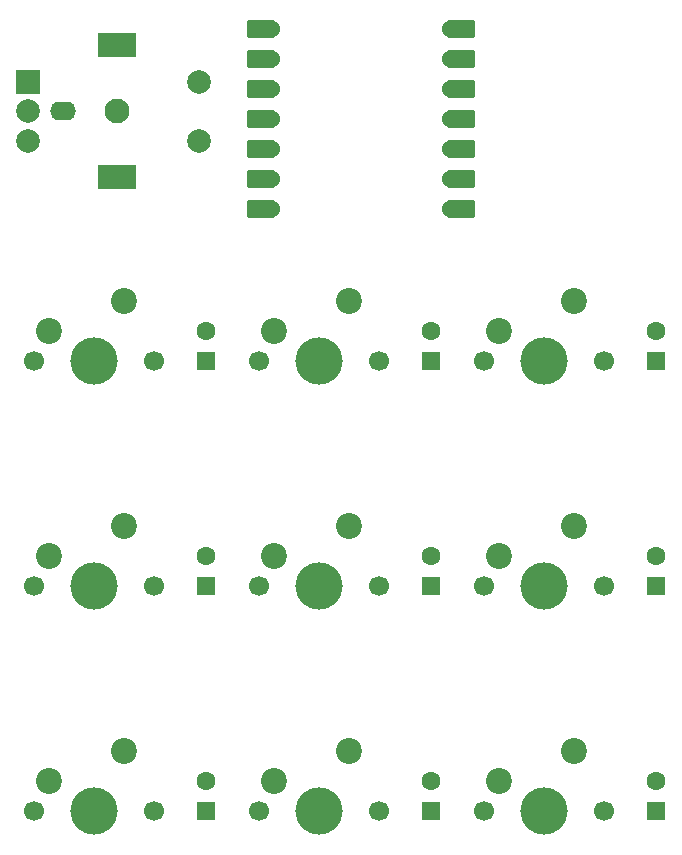
<source format=gbr>
%TF.GenerationSoftware,KiCad,Pcbnew,9.0.2*%
%TF.CreationDate,2025-06-03T16:25:14-04:00*%
%TF.ProjectId,HackpadAllan,4861636b-7061-4644-916c-6c616e2e6b69,rev?*%
%TF.SameCoordinates,Original*%
%TF.FileFunction,Soldermask,Bot*%
%TF.FilePolarity,Negative*%
%FSLAX46Y46*%
G04 Gerber Fmt 4.6, Leading zero omitted, Abs format (unit mm)*
G04 Created by KiCad (PCBNEW 9.0.2) date 2025-06-03 16:25:14*
%MOMM*%
%LPD*%
G01*
G04 APERTURE LIST*
G04 Aperture macros list*
%AMRoundRect*
0 Rectangle with rounded corners*
0 $1 Rounding radius*
0 $2 $3 $4 $5 $6 $7 $8 $9 X,Y pos of 4 corners*
0 Add a 4 corners polygon primitive as box body*
4,1,4,$2,$3,$4,$5,$6,$7,$8,$9,$2,$3,0*
0 Add four circle primitives for the rounded corners*
1,1,$1+$1,$2,$3*
1,1,$1+$1,$4,$5*
1,1,$1+$1,$6,$7*
1,1,$1+$1,$8,$9*
0 Add four rect primitives between the rounded corners*
20,1,$1+$1,$2,$3,$4,$5,0*
20,1,$1+$1,$4,$5,$6,$7,0*
20,1,$1+$1,$6,$7,$8,$9,0*
20,1,$1+$1,$8,$9,$2,$3,0*%
G04 Aperture macros list end*
%ADD10C,1.700000*%
%ADD11C,4.000000*%
%ADD12C,2.200000*%
%ADD13O,2.200000X1.600000*%
%ADD14C,2.100000*%
%ADD15R,2.000000X2.000000*%
%ADD16C,2.000000*%
%ADD17R,3.200000X2.000000*%
%ADD18RoundRect,0.250000X0.550000X-0.550000X0.550000X0.550000X-0.550000X0.550000X-0.550000X-0.550000X0*%
%ADD19C,1.600000*%
%ADD20RoundRect,0.152400X-1.063600X-0.609600X1.063600X-0.609600X1.063600X0.609600X-1.063600X0.609600X0*%
%ADD21C,1.524000*%
%ADD22RoundRect,0.152400X1.063600X0.609600X-1.063600X0.609600X-1.063600X-0.609600X1.063600X-0.609600X0*%
G04 APERTURE END LIST*
D10*
%TO.C,SW4*%
X125870000Y-107050000D03*
D11*
X130950000Y-107050000D03*
D10*
X136030000Y-107050000D03*
D12*
X133490000Y-101970000D03*
X127140000Y-104510000D03*
%TD*%
D10*
%TO.C,SW5*%
X144920000Y-107050000D03*
D11*
X150000000Y-107050000D03*
D10*
X155080000Y-107050000D03*
D12*
X152540000Y-101970000D03*
X146190000Y-104510000D03*
%TD*%
D10*
%TO.C,SW8*%
X144920000Y-126100000D03*
D11*
X150000000Y-126100000D03*
D10*
X155080000Y-126100000D03*
D12*
X152540000Y-121020000D03*
X146190000Y-123560000D03*
%TD*%
D10*
%TO.C,SW3*%
X163970000Y-88000000D03*
D11*
X169050000Y-88000000D03*
D10*
X174130000Y-88000000D03*
D12*
X171590000Y-82920000D03*
X165240000Y-85460000D03*
%TD*%
D10*
%TO.C,SW2*%
X144920000Y-88000000D03*
D11*
X150000000Y-88000000D03*
D10*
X155080000Y-88000000D03*
D12*
X152540000Y-82920000D03*
X146190000Y-85460000D03*
%TD*%
D10*
%TO.C,SW6*%
X163970000Y-107050000D03*
D11*
X169050000Y-107050000D03*
D10*
X174130000Y-107050000D03*
D12*
X171590000Y-101970000D03*
X165240000Y-104510000D03*
%TD*%
D13*
%TO.C,SW10*%
X128393750Y-66850000D03*
D14*
X132893750Y-66850000D03*
D15*
X125393750Y-64350000D03*
D16*
X125393750Y-69350000D03*
X125393750Y-66850000D03*
D17*
X132893750Y-61250000D03*
X132893750Y-72450000D03*
D16*
X139893750Y-69350000D03*
X139893750Y-64350000D03*
%TD*%
D10*
%TO.C,SW7*%
X125870000Y-126100000D03*
D11*
X130950000Y-126100000D03*
D10*
X136030000Y-126100000D03*
D12*
X133490000Y-121020000D03*
X127140000Y-123560000D03*
%TD*%
D10*
%TO.C,SW1*%
X125870000Y-88000000D03*
D11*
X130950000Y-88000000D03*
D10*
X136030000Y-88000000D03*
D12*
X133490000Y-82920000D03*
X127140000Y-85460000D03*
%TD*%
D10*
%TO.C,SW9*%
X163970000Y-126100000D03*
D11*
X169050000Y-126100000D03*
D10*
X174130000Y-126100000D03*
D12*
X171590000Y-121020000D03*
X165240000Y-123560000D03*
%TD*%
D18*
%TO.C,D7*%
X140475000Y-126100000D03*
D19*
X140475000Y-123560000D03*
%TD*%
D18*
%TO.C,D3*%
X178575000Y-88000000D03*
D19*
X178575000Y-85460000D03*
%TD*%
D18*
%TO.C,D4*%
X140475000Y-107050000D03*
D19*
X140475000Y-104510000D03*
%TD*%
D18*
%TO.C,D5*%
X159525000Y-107050000D03*
D19*
X159525000Y-104510000D03*
%TD*%
D18*
%TO.C,D9*%
X178575000Y-126100000D03*
D19*
X178575000Y-123560000D03*
%TD*%
D18*
%TO.C,D8*%
X159525000Y-126100000D03*
D19*
X159525000Y-123560000D03*
%TD*%
D18*
%TO.C,D1*%
X140475000Y-88000000D03*
D19*
X140475000Y-85460000D03*
%TD*%
D20*
%TO.C,U1*%
X162045000Y-59868500D03*
D21*
X161210000Y-59868500D03*
D20*
X162045000Y-62408500D03*
D21*
X161210000Y-62408500D03*
D20*
X162045000Y-64948500D03*
D21*
X161210000Y-64948500D03*
D20*
X162045000Y-67488500D03*
D21*
X161210000Y-67488500D03*
D20*
X162045000Y-70028500D03*
D21*
X161210000Y-70028500D03*
D20*
X162045000Y-72568500D03*
D21*
X161210000Y-72568500D03*
D20*
X162045000Y-75108500D03*
D21*
X161210000Y-75108500D03*
X145970000Y-75108500D03*
D22*
X145135000Y-75108500D03*
D21*
X145970000Y-72568500D03*
D22*
X145135000Y-72568500D03*
D21*
X145970000Y-70028500D03*
D22*
X145135000Y-70028500D03*
D21*
X145970000Y-67488500D03*
D22*
X145135000Y-67488500D03*
D21*
X145970000Y-64948500D03*
D22*
X145135000Y-64948500D03*
D21*
X145970000Y-62408500D03*
D22*
X145135000Y-62408500D03*
D21*
X145970000Y-59868500D03*
D22*
X145135000Y-59868500D03*
%TD*%
D18*
%TO.C,D2*%
X159525000Y-88000000D03*
D19*
X159525000Y-85460000D03*
%TD*%
D18*
%TO.C,D6*%
X178575000Y-107050000D03*
D19*
X178575000Y-104510000D03*
%TD*%
M02*

</source>
